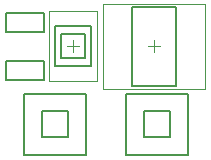
<source format=gbr>
G04 #@! TF.GenerationSoftware,KiCad,Pcbnew,(5.0.0)*
G04 #@! TF.CreationDate,2018-11-06T09:34:30+07:00*
G04 #@! TF.ProjectId,receiver,72656365697665722E6B696361645F70,rev?*
G04 #@! TF.SameCoordinates,Original*
G04 #@! TF.FileFunction,Other,User*
%FSLAX46Y46*%
G04 Gerber Fmt 4.6, Leading zero omitted, Abs format (unit mm)*
G04 Created by KiCad (PCBNEW (5.0.0)) date 11/06/18 09:34:30*
%MOMM*%
%LPD*%
G01*
G04 APERTURE LIST*
%ADD10C,0.200000*%
%ADD11C,0.100000*%
%ADD12C,0.050000*%
G04 APERTURE END LIST*
D10*
X73981000Y77530000D02*
X79181000Y77530000D01*
X79181000Y77530000D02*
X79181000Y72330000D01*
X79181000Y72330000D02*
X73981000Y72330000D01*
X73981000Y72330000D02*
X73981000Y77530000D01*
X75489730Y73832230D02*
X77681040Y73832230D01*
X77681040Y73832230D02*
X77681040Y76027930D01*
X77681040Y76027930D02*
X75489730Y76027930D01*
X75489730Y76027930D02*
X75489730Y73832230D01*
X65345000Y77530000D02*
X70545000Y77530000D01*
X70545000Y77530000D02*
X70545000Y72330000D01*
X70545000Y72330000D02*
X65345000Y72330000D01*
X65345000Y72330000D02*
X65345000Y77530000D01*
X66853730Y73832230D02*
X69045040Y73832230D01*
X69045040Y73832230D02*
X69045040Y76027930D01*
X69045040Y76027930D02*
X66853730Y76027930D01*
X66853730Y76027930D02*
X66853730Y73832230D01*
X70467030Y80541880D02*
X70467030Y82534000D01*
X70467030Y82534000D02*
X68470970Y82534000D01*
X68470970Y82534000D02*
X68470970Y80541880D01*
X68470970Y80541880D02*
X70467030Y80541880D01*
X67005000Y78702000D02*
X63805000Y78702000D01*
X63805000Y78702000D02*
X63805000Y80302000D01*
X63805000Y80302000D02*
X67005000Y80302000D01*
X67005000Y80302000D02*
X67005000Y78702000D01*
X67005000Y82766000D02*
X63805000Y82766000D01*
X63805000Y82766000D02*
X63805000Y84366000D01*
X63805000Y84366000D02*
X67005000Y84366000D01*
X67005000Y84366000D02*
X67005000Y82766000D01*
X67969000Y79834000D02*
X70969000Y79834000D01*
X70969000Y79834000D02*
X70969000Y83234000D01*
X70969000Y83234000D02*
X67969000Y83234000D01*
X67969000Y83234000D02*
X67969000Y79834000D01*
X78177000Y78184000D02*
X78177000Y84884000D01*
X78177000Y84884000D02*
X74477000Y84884000D01*
X74477000Y84884000D02*
X74477000Y78184000D01*
X74477000Y78184000D02*
X78177000Y78184000D01*
D11*
X68969000Y81534000D02*
X69969000Y81534000D01*
X69469000Y81034000D02*
X69469000Y82034000D01*
D12*
X71469000Y78584000D02*
X71469000Y84484000D01*
X67469000Y78584000D02*
X67469000Y84484000D01*
X67469000Y84484000D02*
X71469000Y84484000D01*
X67469000Y78584000D02*
X71469000Y78584000D01*
X80677000Y77934000D02*
X80677000Y85134000D01*
X71977000Y77934000D02*
X71977000Y85134000D01*
X71977000Y77934000D02*
X80677000Y77934000D01*
X71977000Y85134000D02*
X80677000Y85134000D01*
D11*
X75827000Y81534000D02*
X76827000Y81534000D01*
X76327000Y81034000D02*
X76327000Y82034000D01*
M02*

</source>
